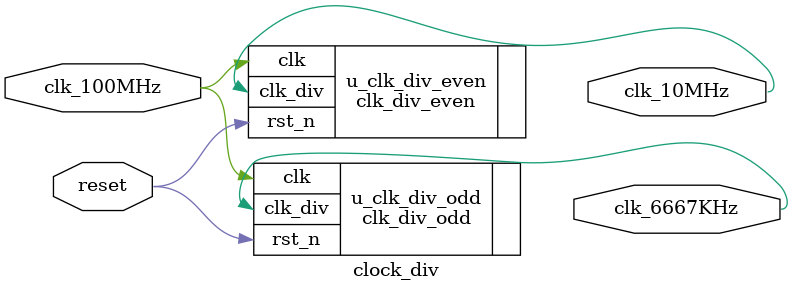
<source format=v>
module clock_div(reset, clk_100MHz, clk_10MHz, clk_6667KHz);
    input reset, clk_100MHz;
    output clk_10MHz, clk_6667KHz;

    clk_div_even #(
        .DIV   		( 10     		),
        .DIV_W 		( 3     		))
    u_clk_div_even(
        //ports
        .clk     		( clk_100MHz	),
        .rst_n   		( reset   		),
        .clk_div 		( clk_10MHz 	)
    );
    
    clk_div_odd #(
        .DIV   		( 15 		),
        .DIV_W 		( 4  		))
    u_clk_div_odd(
        //ports
        .clk     		( clk_100MHz    ),
        .rst_n   		( reset   		),
        .clk_div 		( clk_6667KHz 	)
    );

endmodule
</source>
